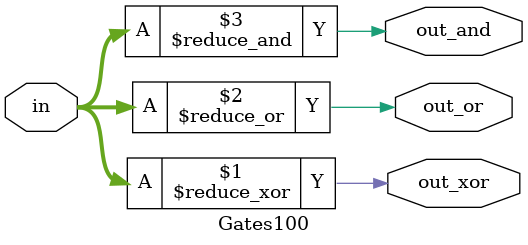
<source format=v>

module Gates100 (
    input  [99:0] in     ,
    output        out_and,
    output        out_or ,
    output        out_xor
);
    assign out_xor = ^ in;
    assign out_or  = | in;
    assign out_and = & in;
endmodule

</source>
